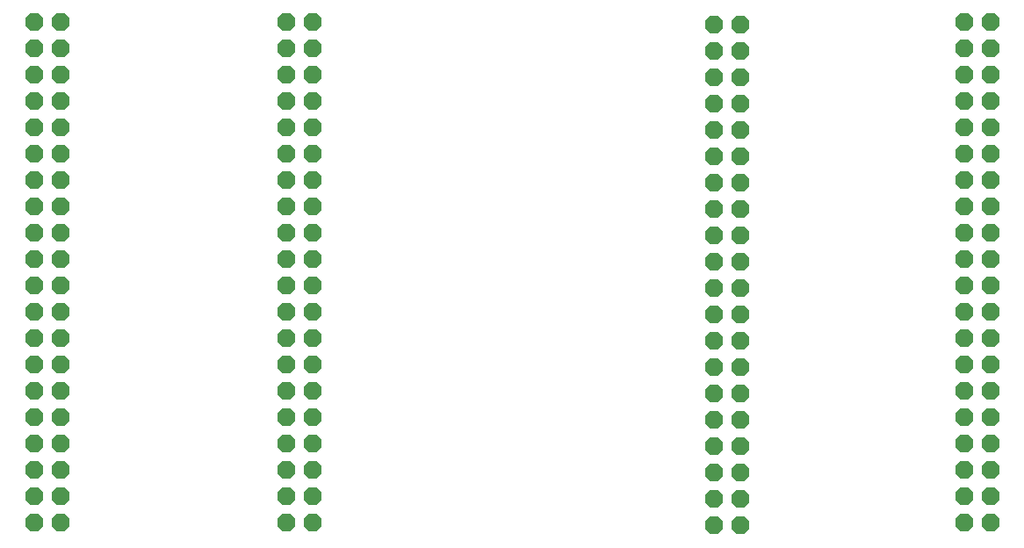
<source format=gbr>
G04 EAGLE Gerber RS-274X export*
G75*
%MOMM*%
%FSLAX34Y34*%
%LPD*%
%INSoldermask Top*%
%IPPOS*%
%AMOC8*
5,1,8,0,0,1.08239X$1,22.5*%
G01*
%ADD10P,1.852186X8X292.500000*%


D10*
X41830Y654990D03*
X67230Y654990D03*
X41830Y629590D03*
X67230Y629590D03*
X41830Y604190D03*
X67230Y604190D03*
X41830Y578790D03*
X67230Y578790D03*
X41830Y553390D03*
X67230Y553390D03*
X41830Y527990D03*
X67230Y527990D03*
X41830Y502590D03*
X67230Y502590D03*
X41830Y477190D03*
X67230Y477190D03*
X41830Y451790D03*
X67230Y451790D03*
X41830Y426390D03*
X67230Y426390D03*
X41830Y400990D03*
X67230Y400990D03*
X41830Y375590D03*
X67230Y375590D03*
X41830Y350190D03*
X67230Y350190D03*
X41830Y324790D03*
X67230Y324790D03*
X41830Y299390D03*
X67230Y299390D03*
X41830Y273990D03*
X67230Y273990D03*
X41830Y248590D03*
X67230Y248590D03*
X41830Y223190D03*
X67230Y223190D03*
X41830Y197790D03*
X67230Y197790D03*
X41830Y172390D03*
X67230Y172390D03*
X938600Y654990D03*
X964000Y654990D03*
X938600Y629590D03*
X964000Y629590D03*
X938600Y604190D03*
X964000Y604190D03*
X938600Y578790D03*
X964000Y578790D03*
X938600Y553390D03*
X964000Y553390D03*
X938600Y527990D03*
X964000Y527990D03*
X938600Y502590D03*
X964000Y502590D03*
X938600Y477190D03*
X964000Y477190D03*
X938600Y451790D03*
X964000Y451790D03*
X938600Y426390D03*
X964000Y426390D03*
X938600Y400990D03*
X964000Y400990D03*
X938600Y375590D03*
X964000Y375590D03*
X938600Y350190D03*
X964000Y350190D03*
X938600Y324790D03*
X964000Y324790D03*
X938600Y299390D03*
X964000Y299390D03*
X938600Y273990D03*
X964000Y273990D03*
X938600Y248590D03*
X964000Y248590D03*
X938600Y223190D03*
X964000Y223190D03*
X938600Y197790D03*
X964000Y197790D03*
X938600Y172390D03*
X964000Y172390D03*
X284700Y654990D03*
X310100Y654990D03*
X284700Y629590D03*
X310100Y629590D03*
X284700Y604190D03*
X310100Y604190D03*
X284700Y578790D03*
X310100Y578790D03*
X284700Y553390D03*
X310100Y553390D03*
X284700Y527990D03*
X310100Y527990D03*
X284700Y502590D03*
X310100Y502590D03*
X284700Y477190D03*
X310100Y477190D03*
X284700Y451790D03*
X310100Y451790D03*
X284700Y426390D03*
X310100Y426390D03*
X284700Y400990D03*
X310100Y400990D03*
X284700Y375590D03*
X310100Y375590D03*
X284700Y350190D03*
X310100Y350190D03*
X284700Y324790D03*
X310100Y324790D03*
X284700Y299390D03*
X310100Y299390D03*
X284700Y273990D03*
X310100Y273990D03*
X284700Y248590D03*
X310100Y248590D03*
X284700Y223190D03*
X310100Y223190D03*
X284700Y197790D03*
X310100Y197790D03*
X284700Y172390D03*
X310100Y172390D03*
X697600Y652450D03*
X723000Y652450D03*
X697600Y627050D03*
X723000Y627050D03*
X697600Y601650D03*
X723000Y601650D03*
X697600Y576250D03*
X723000Y576250D03*
X697600Y550850D03*
X723000Y550850D03*
X697600Y525450D03*
X723000Y525450D03*
X697600Y500050D03*
X723000Y500050D03*
X697600Y474650D03*
X723000Y474650D03*
X697600Y449250D03*
X723000Y449250D03*
X697600Y423850D03*
X723000Y423850D03*
X697600Y398450D03*
X723000Y398450D03*
X697600Y373050D03*
X723000Y373050D03*
X697600Y347650D03*
X723000Y347650D03*
X697600Y322250D03*
X723000Y322250D03*
X697600Y296850D03*
X723000Y296850D03*
X697600Y271450D03*
X723000Y271450D03*
X697600Y246050D03*
X723000Y246050D03*
X697600Y220650D03*
X723000Y220650D03*
X697600Y195250D03*
X723000Y195250D03*
X697600Y169850D03*
X723000Y169850D03*
M02*

</source>
